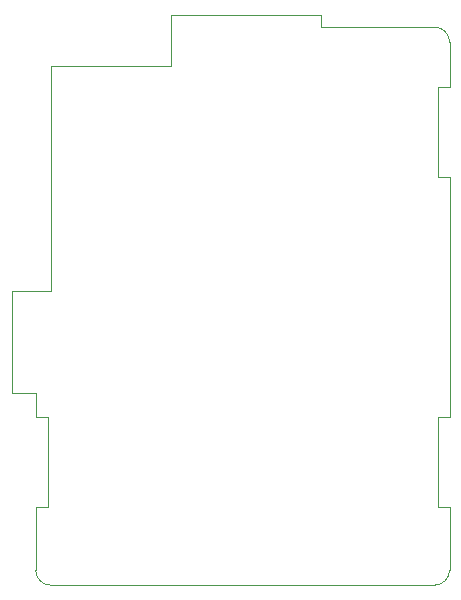
<source format=gbr>
%TF.GenerationSoftware,KiCad,Pcbnew,7.0.8*%
%TF.CreationDate,2023-10-28T23:27:17-04:00*%
%TF.ProjectId,AmazonBasicsSecureFrontend,416d617a-6f6e-4426-9173-696373536563,rev?*%
%TF.SameCoordinates,Original*%
%TF.FileFunction,Profile,NP*%
%FSLAX46Y46*%
G04 Gerber Fmt 4.6, Leading zero omitted, Abs format (unit mm)*
G04 Created by KiCad (PCBNEW 7.0.8) date 2023-10-28 23:27:17*
%MOMM*%
%LPD*%
G01*
G04 APERTURE LIST*
%TA.AperFunction,Profile*%
%ADD10C,0.100000*%
%TD*%
G04 APERTURE END LIST*
D10*
X127762000Y-76200000D02*
X115062000Y-76200000D01*
X101600000Y-99568000D02*
X104902000Y-99568000D01*
X138683999Y-78486001D02*
G75*
G03*
X137414000Y-77216001I-1269999J1D01*
G01*
X115062000Y-80518000D02*
X104902000Y-80518000D01*
X103632000Y-123190000D02*
X103632000Y-117856000D01*
X137414000Y-124460000D02*
X104902000Y-124460000D01*
X137414000Y-77216001D02*
X127762000Y-77216000D01*
X138684000Y-82296000D02*
X138684000Y-78486001D01*
X127762000Y-77216000D02*
X127762000Y-76200000D01*
X137668000Y-117856000D02*
X137668000Y-110236000D01*
X103632000Y-117856000D02*
X104648000Y-117856000D01*
X138684000Y-89916000D02*
X137668000Y-89916000D01*
X137414000Y-124460000D02*
G75*
G03*
X138684000Y-123190000I0J1270000D01*
G01*
X104648000Y-110236000D02*
X103632000Y-110236000D01*
X137668000Y-110236000D02*
X138684000Y-110236000D01*
X103632000Y-110236000D02*
X103632000Y-108204000D01*
X138684000Y-123190000D02*
X138684000Y-117856000D01*
X115062000Y-76200000D02*
X115062000Y-80518000D01*
X104902000Y-80518000D02*
X104902000Y-99568000D01*
X104648000Y-117856000D02*
X104648000Y-110236000D01*
X101600000Y-108204000D02*
X101600000Y-99568000D01*
X138684000Y-117856000D02*
X137668000Y-117856000D01*
X137668000Y-82296000D02*
X138684000Y-82296000D01*
X138684000Y-110236000D02*
X138684000Y-89916000D01*
X103632000Y-123190000D02*
G75*
G03*
X104902000Y-124460000I1270000J0D01*
G01*
X137668000Y-89916000D02*
X137668000Y-82296000D01*
X103632000Y-108204000D02*
X101600000Y-108204000D01*
M02*

</source>
